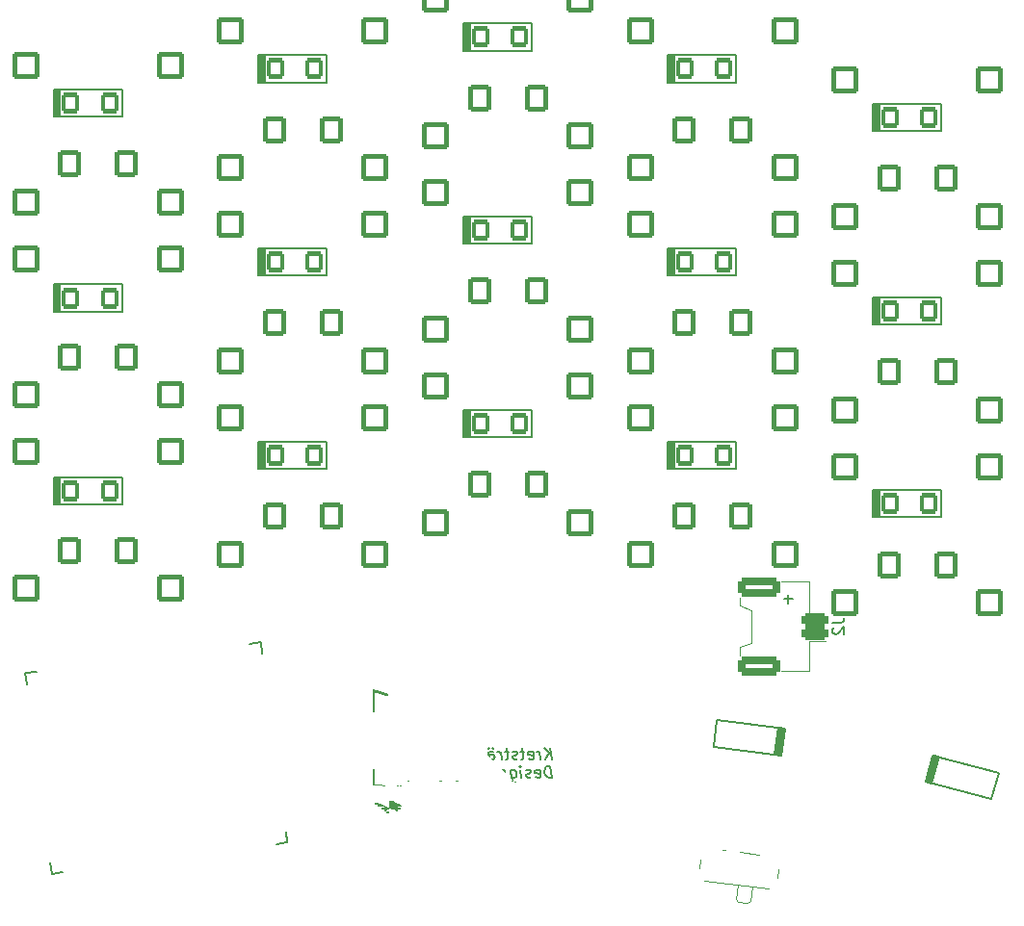
<source format=gbo>
G04 #@! TF.GenerationSoftware,KiCad,Pcbnew,8.0.2-1*
G04 #@! TF.CreationDate,2024-07-14T12:39:06+08:00*
G04 #@! TF.ProjectId,Kretstr_d_v2_PG1316,4b726574-7374-472e-9464-5f76325f5047,rev?*
G04 #@! TF.SameCoordinates,Original*
G04 #@! TF.FileFunction,Legend,Bot*
G04 #@! TF.FilePolarity,Positive*
%FSLAX46Y46*%
G04 Gerber Fmt 4.6, Leading zero omitted, Abs format (unit mm)*
G04 Created by KiCad (PCBNEW 8.0.2-1) date 2024-07-14 12:39:06*
%MOMM*%
%LPD*%
G01*
G04 APERTURE LIST*
G04 Aperture macros list*
%AMRoundRect*
0 Rectangle with rounded corners*
0 $1 Rounding radius*
0 $2 $3 $4 $5 $6 $7 $8 $9 X,Y pos of 4 corners*
0 Add a 4 corners polygon primitive as box body*
4,1,4,$2,$3,$4,$5,$6,$7,$8,$9,$2,$3,0*
0 Add four circle primitives for the rounded corners*
1,1,$1+$1,$2,$3*
1,1,$1+$1,$4,$5*
1,1,$1+$1,$6,$7*
1,1,$1+$1,$8,$9*
0 Add four rect primitives between the rounded corners*
20,1,$1+$1,$2,$3,$4,$5,0*
20,1,$1+$1,$4,$5,$6,$7,0*
20,1,$1+$1,$6,$7,$8,$9,0*
20,1,$1+$1,$8,$9,$2,$3,0*%
%AMFreePoly0*
4,1,22,0.686777,0.580194,0.756366,0.524698,0.794986,0.444504,0.800000,0.400000,0.800000,0.200000,0.780194,0.113223,0.741421,0.058579,0.141421,-0.541421,0.066056,-0.588777,-0.022393,-0.598742,-0.106406,-0.569345,-0.141421,-0.541421,-0.741421,0.058579,-0.788777,0.133944,-0.800000,0.200000,-0.800000,0.400000,-0.780193,0.486777,-0.724698,0.556366,-0.644504,0.594986,-0.600000,0.600000,
0.600000,0.600000,0.686777,0.580194,0.686777,0.580194,$1*%
%AMFreePoly1*
4,1,26,0.706406,1.169345,0.769345,1.106406,0.798742,1.022393,0.800000,1.000000,0.800000,-0.250000,0.780194,-0.336777,0.724699,-0.406366,0.644505,-0.444986,0.600000,-0.450000,-0.600000,-0.450000,-0.686777,-0.430194,-0.756366,-0.374698,-0.794986,-0.294504,-0.800000,-0.250000,-0.800000,1.000000,-0.780194,1.086777,-0.724698,1.156366,-0.644504,1.194986,-0.555496,1.194986,-0.475302,1.156366,
-0.458579,1.141421,0.000000,0.682842,0.458579,1.141421,0.533944,1.188778,0.622393,1.198742,0.706406,1.169345,0.706406,1.169345,$1*%
%AMFreePoly2*
4,1,292,0.206777,1.229994,0.276366,1.174498,0.314986,1.094304,0.320000,1.049800,0.320000,0.008200,0.319495,0.005987,0.319495,-1.866709,0.319486,-1.942235,0.319486,-1.942460,0.318928,-2.390763,0.318926,-2.391335,0.317383,-2.767014,0.317377,-2.767939,0.314675,-3.077389,0.314657,-3.078876,0.310622,-3.328489,0.310568,-3.330901,0.305029,-3.527071,0.304875,-3.531095,0.297657,-3.680215,
0.297195,-3.687212,0.288125,-3.795676,0.286622,-3.808584,0.275528,-3.882784,0.269972,-3.908365,0.256680,-3.954695,0.246330,-3.982691,0.240139,-3.996234,0.229057,-4.017117,0.167561,-4.118087,0.157692,-4.132784,0.062026,-4.262462,0.054482,-4.272060,-0.057455,-4.405866,-0.061018,-4.410009,-0.070960,-4.421254,-0.171727,-4.547475,-0.239381,-4.651468,-0.261422,-4.702806,-0.268448,-4.790209,
-0.275185,-4.947662,-0.279770,-5.144579,-0.281450,-5.361536,-0.281447,-5.385011,-0.280528,-5.604860,-0.277007,-5.754079,-0.270393,-5.838887,-0.268290,-5.848462,-0.224488,-5.894056,-0.171049,-5.977321,-0.142171,-6.051967,-0.122143,-6.170287,-0.120852,-6.228231,-0.135594,-6.347346,-0.162124,-6.424914,-0.212996,-6.510565,-0.274338,-6.575059,-0.308050,-6.593056,-0.393200,-6.628524,-0.459529,-6.643620,
-0.582275,-6.650118,-0.631318,-6.646663,-0.750780,-6.623247,-0.819367,-6.595916,-0.898997,-6.545453,-0.952252,-6.496101,-0.953444,-6.494503,-0.980620,-6.444550,-1.025271,-6.324319,-1.037078,-6.237909,-1.034553,-6.207928,-1.095319,-6.245365,-1.119612,-6.251953,-1.263243,-6.281341,-1.334401,-6.282972,-1.441733,-6.266095,-1.524379,-6.233050,-1.535526,-6.224760,-1.625648,-6.152737,-1.674999,-6.094737,
-1.708800,-6.034795,-1.731134,-5.973572,-1.756230,-5.840310,-1.752826,-5.751366,-1.751357,-5.746183,-1.721747,-5.646814,-1.786435,-5.670245,-1.797570,-5.671308,-1.925994,-5.679949,-2.013905,-5.666013,-2.017213,-5.664651,-2.152853,-5.607383,-2.223422,-5.557256,-2.286363,-5.487634,-2.329864,-5.409980,-2.331418,-5.403739,-1.483158,-5.403739,-1.355185,-5.371470,-1.321520,-5.365981,-1.296753,-5.364088,
-1.271925,-5.355039,-1.217781,-5.314195,-1.113600,-5.210504,-0.992406,-5.073003,-0.922095,-4.967193,-0.891918,-4.883182,-0.881171,-4.765871,-0.875626,-4.680694,-0.868608,-4.639640,-0.821297,-4.471082,-0.802138,-4.425469,-0.700510,-4.248647,-0.682044,-4.221835,-0.562810,-4.075770,-0.603069,-4.078811,-0.691091,-4.065597,-0.695126,-4.063965,-0.829973,-4.007718,-0.882942,-3.970058,-0.884544,-4.105830,
-0.885000,-4.117175,-0.898888,-4.319380,-0.902711,-4.346893,-0.935986,-4.504891,-0.949035,-4.545136,-1.009063,-4.679733,-1.028893,-4.714405,-1.123042,-4.846409,-1.137428,-4.864308,-1.273065,-5.014526,-1.276513,-5.018249,-1.287869,-5.030202,-1.395729,-5.154077,-1.436036,-5.218316,-1.445698,-5.259360,-1.451178,-5.311568,-1.471682,-5.381092,-1.483158,-5.403739,-2.331418,-5.403739,-2.333940,-5.393612,
-2.360039,-5.266091,-2.360039,-5.185886,-2.330712,-5.042597,-2.293908,-4.961554,-2.277054,-4.942143,-2.201588,-4.865752,-2.261402,-4.879975,-2.348652,-4.881156,-2.489497,-4.851669,-2.570374,-4.814501,-2.590504,-4.796763,-2.603049,-4.784116,-2.016632,-4.784116,-1.947691,-4.769658,-1.921784,-4.765974,-1.897996,-4.764167,-1.873068,-4.755114,-1.818842,-4.714263,-1.712135,-4.608103,-1.710532,-4.606403,
-1.610735,-4.492471,-1.536348,-4.394539,-1.509620,-4.348678,-1.496774,-4.253933,-1.486629,-4.104764,-1.484943,-4.030087,-1.521728,-4.066661,-1.663872,-4.210425,-1.771561,-4.327147,-1.827485,-4.398952,-1.841739,-4.426218,-1.846868,-4.455718,-1.849044,-4.466476,-1.880833,-4.604089,-1.919662,-4.684181,-1.933210,-4.699418,-2.016632,-4.784116,-2.603049,-4.784116,-2.677271,-4.709294,-2.724322,-4.633739,
-2.731172,-4.608776,-2.760623,-4.465732,-2.760769,-4.385781,-2.732270,-4.244767,-2.695666,-4.163633,-2.680108,-4.145462,-2.594432,-4.056733,-2.519907,-4.008065,-2.492843,-4.000178,-2.352971,-3.969921,-2.326052,-3.966765,-2.302641,-3.962426,-2.276550,-3.949146,-2.210815,-3.898611,-2.101881,-3.798678,-1.944546,-3.643569,-1.907849,-3.606777,-1.998584,-3.608265,-2.086361,-3.615506,-2.113472,-3.640814,
-2.190420,-3.685551,-2.195993,-3.687200,-2.285285,-3.712217,-2.328694,-3.719355,-2.443408,-3.725413,-2.478949,-3.724123,-2.588384,-3.710339,-2.648428,-3.692928,-2.721883,-3.658421,-2.792004,-3.603597,-2.794591,-3.600348,-2.808469,-3.582542,-2.842246,-3.517205,-2.871896,-3.418636,-2.880342,-3.357508,-2.878149,-3.232815,-2.869435,-3.177839,-2.834704,-3.064278,-2.812088,-3.015249,-2.804020,-3.002595,
-2.744226,-2.942329,-2.663376,-2.889881,-2.579901,-2.859285,-2.464107,-2.844477,-2.401736,-2.846314,-2.281469,-2.868955,-2.211215,-2.896693,-2.116941,-2.956591,-2.095419,-2.974395,-2.075454,-2.989291,-2.056638,-2.994994,-2.046805,-2.995889,-2.070491,-2.960773,-2.070904,-2.959695,-2.108494,-2.860796,-2.121279,-2.800020,-2.127521,-2.678750,-2.122913,-2.624593,-2.097809,-2.512950,-2.059448,-2.432632,
-2.058380,-2.431296,-2.001929,-2.361278,-1.932045,-2.306154,-1.911531,-2.297769,-1.812031,-2.263398,-1.738834,-2.252593,-1.594647,-2.258290,-1.508720,-2.281507,-1.504448,-2.283843,-1.384933,-2.351109,-1.358738,-2.368710,-1.337152,-2.385832,-1.317487,-2.393167,-1.240752,-2.402224,-1.085472,-2.405350,-1.078233,-2.405170,-1.107077,-2.378573,-1.139850,-2.295818,-1.141775,-2.278081,-1.154236,-2.081951,
-1.154606,-2.072859,-1.156502,-1.967207,-1.150610,-1.915302,-1.126324,-1.817749,-1.086141,-1.738328,-1.046755,-1.702089,-0.979056,-1.654814,-0.896569,-1.621370,-0.885058,-1.619844,-0.761116,-1.607067,-0.757791,-1.606753,-0.746558,-1.605784,-0.717431,-1.594755,-0.653273,-1.547006,-0.535915,-1.433820,-0.518656,-1.415993,-0.412858,-1.301079,-0.333107,-1.206106,-0.309939,-1.172922,-0.306469,-1.159605,
-0.293711,-1.047354,-0.284312,-0.875422,-0.280824,-0.666619,-0.282712,0.034061,-0.280000,0.046092,-0.280000,1.049800,-0.260194,1.136577,-0.204698,1.206166,-0.124504,1.244786,-0.080000,1.249800,0.120000,1.249800,0.206777,1.229994,0.206777,1.229994,$1*%
%AMFreePoly3*
4,1,332,0.216903,1.226394,0.286492,1.170898,0.325112,1.090704,0.330126,1.046200,0.330126,0.053880,0.332333,0.034041,0.330446,-0.641485,0.333256,-0.817119,0.341852,-0.991008,0.354077,-1.119624,0.362643,-1.162576,0.397195,-1.217294,0.480043,-1.321262,0.585725,-1.436349,0.661974,-1.511306,0.745305,-1.581782,0.780351,-1.600628,0.816226,-1.606236,0.855709,-1.608367,0.916305,-1.621245,
1.018029,-1.660105,1.092024,-1.709574,1.121528,-1.749879,1.172534,-1.841779,1.197328,-1.927265,1.197479,-1.930252,1.204078,-2.083860,1.203745,-2.106820,1.191281,-2.279776,1.165288,-2.364904,1.129225,-2.403994,1.173666,-2.405391,1.223573,-2.405255,1.373671,-2.401394,1.448171,-2.392642,1.465323,-2.386622,1.490349,-2.367250,1.499144,-2.360816,1.558427,-2.319886,1.616268,-2.292409,
1.736039,-2.257617,1.795103,-2.249705,1.918049,-2.251717,1.998400,-2.270011,2.089018,-2.311721,2.159564,-2.365996,2.168233,-2.377282,2.179017,-2.392405,2.207229,-2.449366,2.233861,-2.535376,2.241991,-2.576456,2.252651,-2.693916,2.253382,-2.717931,2.251655,-2.776071,2.247065,-2.813135,2.225093,-2.912935,2.195461,-2.975695,2.212494,-2.958198,2.289490,-2.904783,2.362073,-2.873447,
2.477989,-2.848910,2.531369,-2.844932,2.650838,-2.852090,2.724742,-2.871102,2.812396,-2.912770,2.882265,-2.967914,2.907895,-3.009099,2.941835,-3.082118,2.959271,-3.144555,2.971968,-3.260006,2.972232,-3.301190,2.960919,-3.417757,2.944419,-3.480107,2.909095,-3.559070,2.855580,-3.630194,2.824642,-3.651681,2.776780,-3.678625,2.716103,-3.700809,2.613675,-3.720326,2.575255,-3.723859,
2.458923,-3.723286,2.420925,-3.719452,2.321391,-3.699672,2.242209,-3.664868,2.226678,-3.653495,2.249568,-3.708190,2.262483,-3.753325,2.275714,-3.834758,2.276340,-3.894786,2.255370,-4.043353,2.251016,-4.059843,2.261336,-4.057503,2.405029,-4.053550,2.423479,-4.053894,2.607272,-4.065820,2.692585,-4.091203,2.758435,-4.151089,2.791780,-4.233615,2.793805,-4.251024,2.806269,-4.423981,
2.806736,-4.433904,2.808688,-4.521554,2.803411,-4.571859,2.775606,-4.689911,2.736433,-4.769835,2.707599,-4.798835,2.630832,-4.861660,2.551134,-4.901291,2.531391,-4.905022,2.396634,-4.923538,2.367519,-4.925391,2.352493,-4.925249,2.321484,-4.922534,2.294546,-4.918041,2.345556,-4.977430,2.387072,-5.056163,2.391784,-5.079151,2.411668,-5.216808,2.413676,-5.249681,2.412978,-5.282286,
2.408266,-5.321372,2.380906,-5.444549,2.342754,-5.524966,2.315925,-5.552945,2.240017,-5.618098,2.161269,-5.659587,2.137440,-5.664410,2.001028,-5.683476,1.971455,-5.685392,1.956951,-5.685255,1.923948,-5.682197,1.791737,-5.658772,1.709746,-5.624130,1.687090,-5.605118,1.615161,-5.535067,1.566814,-5.460335,1.557616,-5.425814,1.535881,-5.299923,1.533998,-5.280958,1.533090,-5.277310,
1.533100,-5.278989,1.537975,-5.407923,1.546049,-5.464506,1.546949,-5.466699,1.560605,-5.481756,1.576426,-5.501596,1.634693,-5.585018,1.668145,-5.667501,1.668563,-5.670193,1.688071,-5.801698,1.682547,-5.885969,1.643425,-6.022953,1.600550,-6.100955,1.596826,-6.105026,1.561415,-6.142690,1.487545,-6.192345,1.486564,-6.192720,1.387509,-6.230250,1.326898,-6.242961,1.205437,-6.249194,
1.151442,-6.244614,1.082920,-6.229254,1.081676,-6.301771,1.060958,-6.387044,1.004589,-6.500955,0.948350,-6.569945,0.933901,-6.580220,0.857650,-6.629504,0.787543,-6.657803,0.665751,-6.681668,0.584915,-6.680859,0.473708,-6.656748,0.415993,-6.629724,0.400586,-6.658754,0.394933,-6.665026,0.359522,-6.702690,0.285652,-6.752345,0.284671,-6.752720,0.185616,-6.790250,0.125005,-6.802961,
0.003544,-6.809194,-0.050452,-6.804614,-0.162271,-6.779549,-0.242614,-6.741242,-0.243814,-6.740285,-0.268198,-6.720687,-0.315294,-6.752345,-0.316275,-6.752720,-0.415330,-6.790250,-0.475941,-6.802961,-0.597402,-6.809194,-0.651397,-6.804614,-0.763217,-6.779549,-0.843561,-6.741242,-0.844763,-6.740284,-0.914891,-6.683922,-0.970122,-6.614122,-0.978575,-6.593515,-1.013000,-6.494172,-1.023868,-6.420766,
-1.018162,-6.276806,-0.994935,-6.190882,-0.992477,-6.186396,-0.925104,-6.067069,-0.903724,-6.036331,-0.891370,-6.021707,-0.890072,-6.018941,-0.882527,-5.981614,-0.875398,-5.887738,-0.871719,-5.731182,-0.870818,-5.503325,-0.870817,-5.503105,-0.869927,-5.326988,-0.869827,-5.321581,-0.862543,-5.094702,-0.861499,-5.079727,-0.853873,-5.008841,-0.260880,-5.008841,-0.250757,-5.118082,-0.182664,-5.265028,
-0.032771,-5.461496,0.009168,-5.510153,0.014500,-5.516608,0.119025,-5.648672,0.127203,-5.659770,0.205250,-5.773710,0.219630,-5.798292,0.256978,-5.874043,0.259707,-5.879806,0.280044,-5.924601,0.283266,-5.919104,0.302558,-5.891727,0.305210,-5.888563,0.317208,-5.858522,0.310754,-5.815815,0.250423,-5.704381,0.110971,-5.530276,0.036442,-5.444592,0.027944,-5.434129,-0.099383,-5.266107,
-0.111658,-5.246753,0.652054,-5.246753,0.732842,-5.349046,0.752387,-5.378939,0.849802,-5.561723,0.882643,-5.509562,0.905761,-5.479570,0.917107,-5.467427,0.924826,-5.420679,0.930495,-5.304719,0.931637,-5.162069,0.886595,-5.192346,0.885617,-5.192720,0.786563,-5.230250,0.725952,-5.242961,0.652054,-5.246753,-0.111658,-5.246753,-0.117198,-5.238019,-0.195936,-5.087503,-0.212368,-5.044802,
-0.239091,-4.941314,-0.260880,-5.008841,-0.853873,-5.008841,-0.842699,-4.904973,-0.837775,-4.877464,-0.810044,-4.767492,1.929028,-4.767492,1.940400,-4.777363,1.980579,-4.800138,2.016790,-4.806377,2.048565,-4.809884,2.049055,-4.809987,2.034161,-4.797214,2.013963,-4.774565,2.013402,-4.774389,1.934562,-4.767567,1.929028,-4.767492,-0.810044,-4.767492,-0.802541,-4.737737,-0.789993,-4.702371,
-0.733407,-4.580574,-0.717030,-4.551821,-0.634173,-4.430855,-0.622986,-4.416047,-0.508940,-4.278815,-0.506152,-4.275532,-0.504541,-4.273676,-0.406101,-4.155775,-0.327937,-4.054618,-0.302887,-4.017163,-0.302099,-4.013563,-0.294032,-3.925579,-0.286464,-3.770786,-0.280305,-3.552503,-0.275623,-3.268476,-0.272373,-2.915349,-0.271993,-2.829728,0.332029,-2.829728,0.339270,-2.984437,0.352076,-3.112266,
0.360925,-3.154360,0.378419,-3.181798,0.458433,-3.279847,0.578494,-3.414759,0.722334,-3.568542,0.876663,-3.727341,1.028514,-3.877808,1.164669,-4.006494,1.268831,-4.097556,1.310593,-4.127530,1.364956,-4.143570,1.451145,-4.154832,1.444522,-4.147382,1.401669,-4.069368,1.396370,-4.045227,1.377901,-3.926443,1.353356,-3.888438,1.272875,-3.790852,1.139773,-3.645237,0.953129,-3.451557,
0.710038,-3.206705,0.332029,-2.829728,-0.271993,-2.829728,-0.270485,-2.489954,-0.269874,-1.987786,-0.269874,1.046200,-0.250068,1.132977,-0.194572,1.202566,-0.114378,1.241186,-0.069874,1.246200,0.130126,1.246200,0.216903,1.226394,0.216903,1.226394,$1*%
G04 Aperture macros list end*
%ADD10C,0.150000*%
%ADD11C,0.200000*%
%ADD12C,0.178000*%
%ADD13C,0.000000*%
%ADD14C,0.120000*%
%ADD15C,0.100000*%
%ADD16RoundRect,0.200000X-1.000000X-1.000000X1.000000X-1.000000X1.000000X1.000000X-1.000000X1.000000X0*%
%ADD17C,1.650000*%
%ADD18C,1.450000*%
%ADD19RoundRect,0.200000X-0.775000X-1.000000X0.775000X-1.000000X0.775000X1.000000X-0.775000X1.000000X0*%
%ADD20C,4.200000*%
%ADD21C,1.300000*%
%ADD22C,2.500000*%
%ADD23FreePoly0,187.500000*%
%ADD24FreePoly0,7.500000*%
%ADD25FreePoly1,187.500000*%
%ADD26FreePoly1,7.500000*%
%ADD27RoundRect,0.200000X-1.224745X-0.707107X0.707107X-1.224745X1.224745X0.707107X-0.707107X1.224745X0*%
%ADD28RoundRect,0.200000X-1.007412X-0.765341X0.489773X-1.166511X1.007412X0.765341X-0.489773X1.166511X0*%
%ADD29RoundRect,0.200000X-1.121971X-0.860919X0.860919X-1.121971X1.121971X0.860919X-0.860919X1.121971X0*%
%ADD30RoundRect,0.200000X-0.898896X-0.890287X0.637844X-1.092603X0.898896X0.890287X-0.637844X1.092603X0*%
%ADD31RoundRect,0.200000X-0.600000X-0.700000X0.600000X-0.700000X0.600000X0.700000X-0.600000X0.700000X0*%
%ADD32FreePoly2,180.000000*%
%ADD33RoundRect,0.229000X-0.606000X-0.057250X0.606000X-0.057250X0.606000X0.057250X-0.606000X0.057250X0*%
%ADD34RoundRect,0.229000X-1.171000X-0.057250X1.171000X-0.057250X1.171000X0.057250X-1.171000X0.057250X0*%
%ADD35RoundRect,0.229000X-0.208500X-0.057250X0.208500X-0.057250X0.208500X0.057250X-0.208500X0.057250X0*%
%ADD36FreePoly3,180.000000*%
%ADD37RoundRect,0.200000X0.547933X0.331315X-0.443512X0.461841X-0.547933X-0.331315X0.443512X-0.461841X0*%
%ADD38RoundRect,0.200000X0.444900X0.697899X-0.249111X0.789268X-0.444900X-0.697899X0.249111X-0.789268X0*%
%ADD39RoundRect,0.300000X0.850000X-0.300000X0.850000X0.300000X-0.850000X0.300000X-0.850000X-0.300000X0*%
%ADD40RoundRect,0.326924X1.548076X-0.523076X1.548076X0.523076X-1.548076X0.523076X-1.548076X-0.523076X0*%
%ADD41RoundRect,0.200000X0.686235X0.615696X-0.503499X0.772327X-0.686235X-0.615696X0.503499X-0.772327X0*%
%ADD42RoundRect,0.200000X-0.760729X-0.520857X0.398382X-0.831440X0.760729X0.520857X-0.398382X0.831440X0*%
G04 APERTURE END LIST*
D10*
X130225173Y-119233047D02*
X130100173Y-118233047D01*
X129653744Y-119233047D02*
X130010887Y-118661618D01*
X129528744Y-118233047D02*
X130171601Y-118804475D01*
X129225173Y-119233047D02*
X129141839Y-118566380D01*
X129165649Y-118756856D02*
X129106125Y-118661618D01*
X129106125Y-118661618D02*
X129052554Y-118613999D01*
X129052554Y-118613999D02*
X128951363Y-118566380D01*
X128951363Y-118566380D02*
X128856125Y-118566380D01*
X128219220Y-119185428D02*
X128320410Y-119233047D01*
X128320410Y-119233047D02*
X128510887Y-119233047D01*
X128510887Y-119233047D02*
X128600172Y-119185428D01*
X128600172Y-119185428D02*
X128635887Y-119090189D01*
X128635887Y-119090189D02*
X128588268Y-118709237D01*
X128588268Y-118709237D02*
X128528744Y-118613999D01*
X128528744Y-118613999D02*
X128427553Y-118566380D01*
X128427553Y-118566380D02*
X128237077Y-118566380D01*
X128237077Y-118566380D02*
X128147791Y-118613999D01*
X128147791Y-118613999D02*
X128112077Y-118709237D01*
X128112077Y-118709237D02*
X128123982Y-118804475D01*
X128123982Y-118804475D02*
X128612077Y-118899713D01*
X127808505Y-118566380D02*
X127427553Y-118566380D01*
X127623982Y-118233047D02*
X127731125Y-119090189D01*
X127731125Y-119090189D02*
X127695410Y-119185428D01*
X127695410Y-119185428D02*
X127606125Y-119233047D01*
X127606125Y-119233047D02*
X127510886Y-119233047D01*
X127219219Y-119185428D02*
X127129934Y-119233047D01*
X127129934Y-119233047D02*
X126939457Y-119233047D01*
X126939457Y-119233047D02*
X126838267Y-119185428D01*
X126838267Y-119185428D02*
X126778743Y-119090189D01*
X126778743Y-119090189D02*
X126772791Y-119042570D01*
X126772791Y-119042570D02*
X126808505Y-118947332D01*
X126808505Y-118947332D02*
X126897791Y-118899713D01*
X126897791Y-118899713D02*
X127040648Y-118899713D01*
X127040648Y-118899713D02*
X127129934Y-118852094D01*
X127129934Y-118852094D02*
X127165648Y-118756856D01*
X127165648Y-118756856D02*
X127159696Y-118709237D01*
X127159696Y-118709237D02*
X127100172Y-118613999D01*
X127100172Y-118613999D02*
X126998981Y-118566380D01*
X126998981Y-118566380D02*
X126856124Y-118566380D01*
X126856124Y-118566380D02*
X126766838Y-118613999D01*
X126427552Y-118566380D02*
X126046600Y-118566380D01*
X126243029Y-118233047D02*
X126350172Y-119090189D01*
X126350172Y-119090189D02*
X126314457Y-119185428D01*
X126314457Y-119185428D02*
X126225172Y-119233047D01*
X126225172Y-119233047D02*
X126129933Y-119233047D01*
X125796600Y-119233047D02*
X125713266Y-118566380D01*
X125737076Y-118756856D02*
X125677552Y-118661618D01*
X125677552Y-118661618D02*
X125623981Y-118613999D01*
X125623981Y-118613999D02*
X125522790Y-118566380D01*
X125522790Y-118566380D02*
X125427552Y-118566380D01*
X124748980Y-119233047D02*
X124683504Y-118709237D01*
X124683504Y-118709237D02*
X124719218Y-118613999D01*
X124719218Y-118613999D02*
X124808504Y-118566380D01*
X124808504Y-118566380D02*
X124998980Y-118566380D01*
X124998980Y-118566380D02*
X125100171Y-118613999D01*
X124743028Y-119185428D02*
X124844218Y-119233047D01*
X124844218Y-119233047D02*
X125082314Y-119233047D01*
X125082314Y-119233047D02*
X125171599Y-119185428D01*
X125171599Y-119185428D02*
X125207314Y-119090189D01*
X125207314Y-119090189D02*
X125195409Y-118994951D01*
X125195409Y-118994951D02*
X125135885Y-118899713D01*
X125135885Y-118899713D02*
X125034695Y-118852094D01*
X125034695Y-118852094D02*
X124796599Y-118852094D01*
X124796599Y-118852094D02*
X124695409Y-118804475D01*
X125052552Y-118233047D02*
X125010885Y-118280666D01*
X125010885Y-118280666D02*
X125064456Y-118328285D01*
X125064456Y-118328285D02*
X125106123Y-118280666D01*
X125106123Y-118280666D02*
X125052552Y-118233047D01*
X125052552Y-118233047D02*
X125064456Y-118328285D01*
X124671599Y-118233047D02*
X124629933Y-118280666D01*
X124629933Y-118280666D02*
X124683504Y-118328285D01*
X124683504Y-118328285D02*
X124725171Y-118280666D01*
X124725171Y-118280666D02*
X124671599Y-118233047D01*
X124671599Y-118233047D02*
X124683504Y-118328285D01*
X123844218Y-119233047D02*
X123719218Y-118233047D01*
X123838266Y-119185428D02*
X123939456Y-119233047D01*
X123939456Y-119233047D02*
X124129933Y-119233047D01*
X124129933Y-119233047D02*
X124219218Y-119185428D01*
X124219218Y-119185428D02*
X124260885Y-119137808D01*
X124260885Y-119137808D02*
X124296599Y-119042570D01*
X124296599Y-119042570D02*
X124260885Y-118756856D01*
X124260885Y-118756856D02*
X124201361Y-118661618D01*
X124201361Y-118661618D02*
X124147790Y-118613999D01*
X124147790Y-118613999D02*
X124046599Y-118566380D01*
X124046599Y-118566380D02*
X123856123Y-118566380D01*
X123856123Y-118566380D02*
X123766837Y-118613999D01*
X122618027Y-118566380D02*
X122463266Y-119233047D01*
X122463266Y-119233047D02*
X122141837Y-118566380D01*
X121778741Y-118328285D02*
X121725170Y-118280666D01*
X121725170Y-118280666D02*
X121623980Y-118233047D01*
X121623980Y-118233047D02*
X121385884Y-118233047D01*
X121385884Y-118233047D02*
X121296599Y-118280666D01*
X121296599Y-118280666D02*
X121254932Y-118328285D01*
X121254932Y-118328285D02*
X121219218Y-118423523D01*
X121219218Y-118423523D02*
X121231122Y-118518761D01*
X121231122Y-118518761D02*
X121296599Y-118661618D01*
X121296599Y-118661618D02*
X121939456Y-119233047D01*
X121939456Y-119233047D02*
X121320408Y-119233047D01*
X130225173Y-120842991D02*
X130100173Y-119842991D01*
X130100173Y-119842991D02*
X129862077Y-119842991D01*
X129862077Y-119842991D02*
X129725173Y-119890610D01*
X129725173Y-119890610D02*
X129641839Y-119985848D01*
X129641839Y-119985848D02*
X129606125Y-120081086D01*
X129606125Y-120081086D02*
X129582316Y-120271562D01*
X129582316Y-120271562D02*
X129600173Y-120414419D01*
X129600173Y-120414419D02*
X129671601Y-120604895D01*
X129671601Y-120604895D02*
X129731125Y-120700133D01*
X129731125Y-120700133D02*
X129838268Y-120795372D01*
X129838268Y-120795372D02*
X129987077Y-120842991D01*
X129987077Y-120842991D02*
X130225173Y-120842991D01*
X128838268Y-120795372D02*
X128939458Y-120842991D01*
X128939458Y-120842991D02*
X129129935Y-120842991D01*
X129129935Y-120842991D02*
X129219220Y-120795372D01*
X129219220Y-120795372D02*
X129254935Y-120700133D01*
X129254935Y-120700133D02*
X129207316Y-120319181D01*
X129207316Y-120319181D02*
X129147792Y-120223943D01*
X129147792Y-120223943D02*
X129046601Y-120176324D01*
X129046601Y-120176324D02*
X128856125Y-120176324D01*
X128856125Y-120176324D02*
X128766839Y-120223943D01*
X128766839Y-120223943D02*
X128731125Y-120319181D01*
X128731125Y-120319181D02*
X128743030Y-120414419D01*
X128743030Y-120414419D02*
X129231125Y-120509657D01*
X128409696Y-120795372D02*
X128320411Y-120842991D01*
X128320411Y-120842991D02*
X128129934Y-120842991D01*
X128129934Y-120842991D02*
X128028744Y-120795372D01*
X128028744Y-120795372D02*
X127969220Y-120700133D01*
X127969220Y-120700133D02*
X127963268Y-120652514D01*
X127963268Y-120652514D02*
X127998982Y-120557276D01*
X127998982Y-120557276D02*
X128088268Y-120509657D01*
X128088268Y-120509657D02*
X128231125Y-120509657D01*
X128231125Y-120509657D02*
X128320411Y-120462038D01*
X128320411Y-120462038D02*
X128356125Y-120366800D01*
X128356125Y-120366800D02*
X128350173Y-120319181D01*
X128350173Y-120319181D02*
X128290649Y-120223943D01*
X128290649Y-120223943D02*
X128189458Y-120176324D01*
X128189458Y-120176324D02*
X128046601Y-120176324D01*
X128046601Y-120176324D02*
X127957315Y-120223943D01*
X127558506Y-120842991D02*
X127475172Y-120176324D01*
X127433506Y-119842991D02*
X127487077Y-119890610D01*
X127487077Y-119890610D02*
X127445410Y-119938229D01*
X127445410Y-119938229D02*
X127391839Y-119890610D01*
X127391839Y-119890610D02*
X127433506Y-119842991D01*
X127433506Y-119842991D02*
X127445410Y-119938229D01*
X126570411Y-120176324D02*
X126671601Y-120985848D01*
X126671601Y-120985848D02*
X126731125Y-121081086D01*
X126731125Y-121081086D02*
X126784697Y-121128705D01*
X126784697Y-121128705D02*
X126885887Y-121176324D01*
X126885887Y-121176324D02*
X127028744Y-121176324D01*
X127028744Y-121176324D02*
X127118030Y-121128705D01*
X126647792Y-120795372D02*
X126748982Y-120842991D01*
X126748982Y-120842991D02*
X126939459Y-120842991D01*
X126939459Y-120842991D02*
X127028744Y-120795372D01*
X127028744Y-120795372D02*
X127070411Y-120747752D01*
X127070411Y-120747752D02*
X127106125Y-120652514D01*
X127106125Y-120652514D02*
X127070411Y-120366800D01*
X127070411Y-120366800D02*
X127010887Y-120271562D01*
X127010887Y-120271562D02*
X126957316Y-120223943D01*
X126957316Y-120223943D02*
X126856125Y-120176324D01*
X126856125Y-120176324D02*
X126665649Y-120176324D01*
X126665649Y-120176324D02*
X126576363Y-120223943D01*
X126094220Y-120176324D02*
X126177554Y-120842991D01*
X126106125Y-120271562D02*
X126052554Y-120223943D01*
X126052554Y-120223943D02*
X125951363Y-120176324D01*
X125951363Y-120176324D02*
X125808506Y-120176324D01*
X125808506Y-120176324D02*
X125719220Y-120223943D01*
X125719220Y-120223943D02*
X125683506Y-120319181D01*
X125683506Y-120319181D02*
X125748982Y-120842991D01*
X124885887Y-120795372D02*
X124987077Y-120842991D01*
X124987077Y-120842991D02*
X125177554Y-120842991D01*
X125177554Y-120842991D02*
X125266839Y-120795372D01*
X125266839Y-120795372D02*
X125302554Y-120700133D01*
X125302554Y-120700133D02*
X125254935Y-120319181D01*
X125254935Y-120319181D02*
X125195411Y-120223943D01*
X125195411Y-120223943D02*
X125094220Y-120176324D01*
X125094220Y-120176324D02*
X124903744Y-120176324D01*
X124903744Y-120176324D02*
X124814458Y-120223943D01*
X124814458Y-120223943D02*
X124778744Y-120319181D01*
X124778744Y-120319181D02*
X124790649Y-120414419D01*
X124790649Y-120414419D02*
X125278744Y-120509657D01*
X123987077Y-120842991D02*
X123862077Y-119842991D01*
X123981125Y-120795372D02*
X124082315Y-120842991D01*
X124082315Y-120842991D02*
X124272792Y-120842991D01*
X124272792Y-120842991D02*
X124362077Y-120795372D01*
X124362077Y-120795372D02*
X124403744Y-120747752D01*
X124403744Y-120747752D02*
X124439458Y-120652514D01*
X124439458Y-120652514D02*
X124403744Y-120366800D01*
X124403744Y-120366800D02*
X124344220Y-120271562D01*
X124344220Y-120271562D02*
X124290649Y-120223943D01*
X124290649Y-120223943D02*
X124189458Y-120176324D01*
X124189458Y-120176324D02*
X123998982Y-120176324D01*
X123998982Y-120176324D02*
X123909696Y-120223943D01*
X122748982Y-120842991D02*
X122623982Y-119842991D01*
X122671601Y-120223943D02*
X122570410Y-120176324D01*
X122570410Y-120176324D02*
X122379934Y-120176324D01*
X122379934Y-120176324D02*
X122290648Y-120223943D01*
X122290648Y-120223943D02*
X122248982Y-120271562D01*
X122248982Y-120271562D02*
X122213267Y-120366800D01*
X122213267Y-120366800D02*
X122248982Y-120652514D01*
X122248982Y-120652514D02*
X122308505Y-120747752D01*
X122308505Y-120747752D02*
X122362077Y-120795372D01*
X122362077Y-120795372D02*
X122463267Y-120842991D01*
X122463267Y-120842991D02*
X122653744Y-120842991D01*
X122653744Y-120842991D02*
X122743029Y-120795372D01*
X121856124Y-120176324D02*
X121701363Y-120842991D01*
X121379934Y-120176324D02*
X121701363Y-120842991D01*
X121701363Y-120842991D02*
X121826363Y-121081086D01*
X121826363Y-121081086D02*
X121879934Y-121128705D01*
X121879934Y-121128705D02*
X121981124Y-121176324D01*
X120237076Y-120176324D02*
X120344219Y-121033467D01*
X120344219Y-121033467D02*
X120403743Y-121128705D01*
X120403743Y-121128705D02*
X120504933Y-121176324D01*
X120504933Y-121176324D02*
X120552553Y-121176324D01*
X120195410Y-119842991D02*
X120248981Y-119890610D01*
X120248981Y-119890610D02*
X120207314Y-119938229D01*
X120207314Y-119938229D02*
X120153743Y-119890610D01*
X120153743Y-119890610D02*
X120195410Y-119842991D01*
X120195410Y-119842991D02*
X120207314Y-119938229D01*
X119856124Y-120176324D02*
X119748982Y-120842991D01*
X119748982Y-120842991D02*
X119498982Y-120366800D01*
X119498982Y-120366800D02*
X119368029Y-120842991D01*
X119368029Y-120842991D02*
X119094220Y-120176324D01*
X151383951Y-105146133D02*
X150622047Y-105146133D01*
X151002999Y-104765180D02*
X151002999Y-105527085D01*
X154914209Y-107237347D02*
X155628494Y-107237347D01*
X155628494Y-107237347D02*
X155771351Y-107189728D01*
X155771351Y-107189728D02*
X155866590Y-107094490D01*
X155866590Y-107094490D02*
X155914209Y-106951633D01*
X155914209Y-106951633D02*
X155914209Y-106856395D01*
X155009447Y-107665919D02*
X154961828Y-107713538D01*
X154961828Y-107713538D02*
X154914209Y-107808776D01*
X154914209Y-107808776D02*
X154914209Y-108046871D01*
X154914209Y-108046871D02*
X154961828Y-108142109D01*
X154961828Y-108142109D02*
X155009447Y-108189728D01*
X155009447Y-108189728D02*
X155104685Y-108237347D01*
X155104685Y-108237347D02*
X155199923Y-108237347D01*
X155199923Y-108237347D02*
X155342780Y-108189728D01*
X155342780Y-108189728D02*
X155914209Y-107618300D01*
X155914209Y-107618300D02*
X155914209Y-108237347D01*
X83940492Y-111654493D02*
X84071018Y-112645938D01*
X83940492Y-111654493D02*
X84931937Y-111523966D01*
X86263858Y-129302211D02*
X86139858Y-128360339D01*
X86263858Y-129302211D02*
X87255303Y-129171685D01*
X103608973Y-109065088D02*
X104649993Y-108928035D01*
X104649993Y-108928035D02*
X104780517Y-109919480D01*
X105981912Y-126706280D02*
X106973357Y-126575754D01*
X106973357Y-126575754D02*
X106841525Y-125574395D01*
D11*
X104452990Y-91308281D02*
X110452990Y-91308281D01*
X110452990Y-93708281D01*
X104452990Y-93708281D01*
X104452990Y-91308281D01*
X105011390Y-93708281D02*
X104452990Y-93708281D01*
X104452990Y-91308281D01*
X105011390Y-91308281D01*
X105011390Y-93708281D01*
G36*
X105011390Y-93708281D02*
G01*
X104452990Y-93708281D01*
X104452990Y-91308281D01*
X105011390Y-91308281D01*
X105011390Y-93708281D01*
G37*
X158425990Y-78598281D02*
X164425990Y-78598281D01*
X164425990Y-80998281D01*
X158425990Y-80998281D01*
X158425990Y-78598281D01*
X158984390Y-80998281D02*
X158425990Y-80998281D01*
X158425990Y-78598281D01*
X158984390Y-78598281D01*
X158984390Y-80998281D01*
G36*
X158984390Y-80998281D02*
G01*
X158425990Y-80998281D01*
X158425990Y-78598281D01*
X158984390Y-78598281D01*
X158984390Y-80998281D01*
G37*
X158425990Y-95542281D02*
X164425990Y-95542281D01*
X164425990Y-97942281D01*
X158425990Y-97942281D01*
X158425990Y-95542281D01*
X158984390Y-97942281D02*
X158425990Y-97942281D01*
X158425990Y-95542281D01*
X158984390Y-95542281D01*
X158984390Y-97942281D01*
G36*
X158984390Y-97942281D02*
G01*
X158425990Y-97942281D01*
X158425990Y-95542281D01*
X158984390Y-95542281D01*
X158984390Y-97942281D01*
G37*
X122443590Y-54509081D02*
X128443590Y-54509081D01*
X128443590Y-56909081D01*
X122443590Y-56909081D01*
X122443590Y-54509081D01*
X123001990Y-56909081D02*
X122443590Y-56909081D01*
X122443590Y-54509081D01*
X123001990Y-54509081D01*
X123001990Y-56909081D01*
G36*
X123001990Y-56909081D02*
G01*
X122443590Y-56909081D01*
X122443590Y-54509081D01*
X123001990Y-54509081D01*
X123001990Y-56909081D01*
G37*
X140430790Y-74308281D02*
X146430790Y-74308281D01*
X146430790Y-76708281D01*
X140430790Y-76708281D01*
X140430790Y-74308281D01*
X140989190Y-76708281D02*
X140430790Y-76708281D01*
X140430790Y-74308281D01*
X140989190Y-74308281D01*
X140989190Y-76708281D01*
G36*
X140989190Y-76708281D02*
G01*
X140430790Y-76708281D01*
X140430790Y-74308281D01*
X140989190Y-74308281D01*
X140989190Y-76708281D01*
G37*
X86434190Y-77465481D02*
X92434190Y-77465481D01*
X92434190Y-79865481D01*
X86434190Y-79865481D01*
X86434190Y-77465481D01*
X86992590Y-79865481D02*
X86434190Y-79865481D01*
X86434190Y-77465481D01*
X86992590Y-77465481D01*
X86992590Y-79865481D01*
G36*
X86992590Y-79865481D02*
G01*
X86434190Y-79865481D01*
X86434190Y-77465481D01*
X86992590Y-77465481D01*
X86992590Y-79865481D01*
G37*
D12*
X114584797Y-120116600D02*
X114584797Y-121539000D01*
X114584797Y-121539000D02*
X115479397Y-121539000D01*
X117607397Y-120065800D02*
X117607397Y-121539000D01*
X117607397Y-121539000D02*
X116729397Y-121539400D01*
D13*
G36*
X114607236Y-113077747D02*
G01*
X114654009Y-113094831D01*
X114769917Y-113136117D01*
X114942112Y-113196984D01*
X115160193Y-113273788D01*
X115413760Y-113362888D01*
X115692413Y-113460639D01*
X115985751Y-113563400D01*
X116283374Y-113667525D01*
X116574881Y-113769374D01*
X116849873Y-113865302D01*
X117097948Y-113951666D01*
X117308706Y-114024824D01*
X117471747Y-114081132D01*
X117702110Y-114160347D01*
X117702110Y-115146003D01*
X117501795Y-115146003D01*
X117501479Y-114293003D01*
X116810549Y-114053205D01*
X116685936Y-114009975D01*
X116374283Y-113901973D01*
X116035342Y-113784638D01*
X115702338Y-113669470D01*
X115408498Y-113567968D01*
X114697378Y-113322528D01*
X114697378Y-115146003D01*
X114497063Y-115146003D01*
X114497063Y-113034983D01*
X114607236Y-113077747D01*
G37*
D14*
X143180126Y-128814606D02*
X143283242Y-128031364D01*
X145452756Y-127257926D02*
X145254468Y-127231821D01*
X146399545Y-131558297D02*
X146567925Y-130279334D01*
X146399545Y-131558297D02*
X146570424Y-131792606D01*
X147462724Y-131910079D02*
X146570424Y-131792606D01*
X147688424Y-131727981D02*
X147462724Y-131910079D01*
X147856802Y-130449017D02*
X147688424Y-131727981D01*
X148427092Y-127649505D02*
X146741635Y-127427610D01*
X149294398Y-130638280D02*
X143643160Y-129894281D01*
X150124211Y-128931995D02*
X150021095Y-129715236D01*
D11*
X122443590Y-71508281D02*
X128443590Y-71508281D01*
X128443590Y-73908281D01*
X122443590Y-73908281D01*
X122443590Y-71508281D01*
X123001990Y-73908281D02*
X122443590Y-73908281D01*
X122443590Y-71508281D01*
X123001990Y-71508281D01*
X123001990Y-73908281D01*
G36*
X123001990Y-73908281D02*
G01*
X122443590Y-73908281D01*
X122443590Y-71508281D01*
X123001990Y-71508281D01*
X123001990Y-73908281D01*
G37*
X140430790Y-57308081D02*
X146430790Y-57308081D01*
X146430790Y-59708081D01*
X140430790Y-59708081D01*
X140430790Y-57308081D01*
X140989190Y-59708081D02*
X140430790Y-59708081D01*
X140430790Y-57308081D01*
X140989190Y-57308081D01*
X140989190Y-59708081D01*
G36*
X140989190Y-59708081D02*
G01*
X140430790Y-59708081D01*
X140430790Y-57308081D01*
X140989190Y-57308081D01*
X140989190Y-59708081D01*
G37*
X122443590Y-88508281D02*
X128443590Y-88508281D01*
X128443590Y-90908281D01*
X122443590Y-90908281D01*
X122443590Y-88508281D01*
X123001990Y-90908281D02*
X122443590Y-90908281D01*
X122443590Y-88508281D01*
X123001990Y-88508281D01*
X123001990Y-90908281D01*
G36*
X123001990Y-90908281D02*
G01*
X122443590Y-90908281D01*
X122443590Y-88508281D01*
X123001990Y-88508281D01*
X123001990Y-90908281D01*
G37*
X140430790Y-91308281D02*
X146430790Y-91308281D01*
X146430790Y-93708281D01*
X140430790Y-93708281D01*
X140430790Y-91308281D01*
X140989190Y-93708281D02*
X140430790Y-93708281D01*
X140430790Y-91308281D01*
X140989190Y-91308281D01*
X140989190Y-93708281D01*
G36*
X140989190Y-93708281D02*
G01*
X140430790Y-93708281D01*
X140430790Y-91308281D01*
X140989190Y-91308281D01*
X140989190Y-93708281D01*
G37*
D14*
X146749390Y-105005681D02*
X146749390Y-105755681D01*
X146749390Y-105755681D02*
X147749390Y-106155681D01*
X146749390Y-109385681D02*
X146749390Y-110135681D01*
X147749390Y-106155681D02*
X147749390Y-108985681D01*
X147749390Y-108985681D02*
X146749390Y-109385681D01*
X152869390Y-103635681D02*
X150369390Y-103635681D01*
X152869390Y-106285681D02*
X152869390Y-103635681D01*
X152869390Y-108855681D02*
X152869390Y-111505681D01*
X152869390Y-111505681D02*
X150369390Y-111505681D01*
X154259390Y-108855681D02*
X152869390Y-108855681D01*
D11*
X150693301Y-116545527D02*
X150380038Y-118924995D01*
X149826415Y-118852109D01*
X150139678Y-116472641D01*
X150693301Y-116545527D01*
G36*
X150693301Y-116545527D02*
G01*
X150380038Y-118924995D01*
X149826415Y-118852109D01*
X150139678Y-116472641D01*
X150693301Y-116545527D01*
G37*
X150693301Y-116545527D02*
X150380038Y-118924995D01*
X144431369Y-118141837D01*
X144744632Y-115762370D01*
X150693301Y-116545527D01*
X104452990Y-74308281D02*
X110452990Y-74308281D01*
X110452990Y-76708281D01*
X104452990Y-76708281D01*
X104452990Y-74308281D01*
X105011390Y-76708281D02*
X104452990Y-76708281D01*
X104452990Y-74308281D01*
X105011390Y-74308281D01*
X105011390Y-76708281D01*
G36*
X105011390Y-76708281D02*
G01*
X104452990Y-76708281D01*
X104452990Y-74308281D01*
X105011390Y-74308281D01*
X105011390Y-76708281D01*
G37*
X86434190Y-94432681D02*
X92434190Y-94432681D01*
X92434190Y-96832681D01*
X86434190Y-96832681D01*
X86434190Y-94432681D01*
X86992590Y-96832681D02*
X86434190Y-96832681D01*
X86434190Y-94432681D01*
X86992590Y-94432681D01*
X86992590Y-96832681D01*
G36*
X86992590Y-96832681D02*
G01*
X86434190Y-96832681D01*
X86434190Y-94432681D01*
X86992590Y-94432681D01*
X86992590Y-96832681D01*
G37*
X86434190Y-60309081D02*
X92434190Y-60309081D01*
X92434190Y-62709081D01*
X86434190Y-62709081D01*
X86434190Y-60309081D01*
X86992590Y-62709081D02*
X86434190Y-62709081D01*
X86434190Y-60309081D01*
X86992590Y-60309081D01*
X86992590Y-62709081D01*
G36*
X86992590Y-62709081D02*
G01*
X86434190Y-62709081D01*
X86434190Y-60309081D01*
X86992590Y-60309081D01*
X86992590Y-62709081D01*
G37*
X104452990Y-57309081D02*
X110452990Y-57309081D01*
X110452990Y-59709081D01*
X104452990Y-59709081D01*
X104452990Y-57309081D01*
X105011390Y-59709081D02*
X104452990Y-59709081D01*
X104452990Y-57309081D01*
X105011390Y-57309081D01*
X105011390Y-59709081D01*
G36*
X105011390Y-59709081D02*
G01*
X104452990Y-59709081D01*
X104452990Y-57309081D01*
X105011390Y-57309081D01*
X105011390Y-59709081D01*
G37*
X169487439Y-120454055D02*
X168866272Y-122772277D01*
X163070719Y-121219363D01*
X163691884Y-118901141D01*
X169487439Y-120454055D01*
X164231257Y-119045666D02*
X163610091Y-121363889D01*
X163070719Y-121219363D01*
X163691884Y-118901141D01*
X164231257Y-119045666D01*
G36*
X164231257Y-119045666D02*
G01*
X163610091Y-121363889D01*
X163070719Y-121219363D01*
X163691884Y-118901141D01*
X164231257Y-119045666D01*
G37*
X158425990Y-61598281D02*
X164425990Y-61598281D01*
X164425990Y-63998281D01*
X158425990Y-63998281D01*
X158425990Y-61598281D01*
X158984390Y-63998281D02*
X158425990Y-63998281D01*
X158425990Y-61598281D01*
X158984390Y-61598281D01*
X158984390Y-63998281D01*
G36*
X158984390Y-63998281D02*
G01*
X158425990Y-63998281D01*
X158425990Y-61598281D01*
X158984390Y-61598281D01*
X158984390Y-63998281D01*
G37*
%LPC*%
D15*
X87756130Y-115406955D02*
X86748822Y-115539569D01*
X86616207Y-114532261D01*
X87623515Y-114399647D01*
X87756130Y-115406955D01*
G36*
X87756130Y-115406955D02*
G01*
X86748822Y-115539569D01*
X86616207Y-114532261D01*
X87623515Y-114399647D01*
X87756130Y-115406955D01*
G37*
X89110887Y-125697359D02*
X88103579Y-125829974D01*
X87970965Y-124822666D01*
X88978273Y-124690051D01*
X89110887Y-125697359D01*
G36*
X89110887Y-125697359D02*
G01*
X88103579Y-125829974D01*
X87970965Y-124822666D01*
X88978273Y-124690051D01*
X89110887Y-125697359D01*
G37*
X90274400Y-115075418D02*
X89267092Y-115208033D01*
X89134477Y-114200725D01*
X90141785Y-114068110D01*
X90274400Y-115075418D01*
G36*
X90274400Y-115075418D02*
G01*
X89267092Y-115208033D01*
X89134477Y-114200725D01*
X90141785Y-114068110D01*
X90274400Y-115075418D01*
G37*
X91629157Y-125365823D02*
X90621849Y-125498437D01*
X90489235Y-124491129D01*
X91496543Y-124358515D01*
X91629157Y-125365823D01*
G36*
X91629157Y-125365823D02*
G01*
X90621849Y-125498437D01*
X90489235Y-124491129D01*
X91496543Y-124358515D01*
X91629157Y-125365823D01*
G37*
X92792670Y-114743882D02*
X91785362Y-114876496D01*
X91652747Y-113869188D01*
X92660055Y-113736574D01*
X92792670Y-114743882D01*
G36*
X92792670Y-114743882D02*
G01*
X91785362Y-114876496D01*
X91652747Y-113869188D01*
X92660055Y-113736574D01*
X92792670Y-114743882D01*
G37*
X94147427Y-125034286D02*
X93140119Y-125166901D01*
X93007505Y-124159593D01*
X94014813Y-124026978D01*
X94147427Y-125034286D01*
G36*
X94147427Y-125034286D02*
G01*
X93140119Y-125166901D01*
X93007505Y-124159593D01*
X94014813Y-124026978D01*
X94147427Y-125034286D01*
G37*
X95310940Y-114412345D02*
X94303632Y-114544960D01*
X94171017Y-113537652D01*
X95178325Y-113405037D01*
X95310940Y-114412345D01*
G36*
X95310940Y-114412345D02*
G01*
X94303632Y-114544960D01*
X94171017Y-113537652D01*
X95178325Y-113405037D01*
X95310940Y-114412345D01*
G37*
X96665697Y-124702750D02*
X95658389Y-124835364D01*
X95525775Y-123828056D01*
X96533083Y-123695442D01*
X96665697Y-124702750D01*
G36*
X96665697Y-124702750D02*
G01*
X95658389Y-124835364D01*
X95525775Y-123828056D01*
X96533083Y-123695442D01*
X96665697Y-124702750D01*
G37*
X97829210Y-114080809D02*
X96821902Y-114213423D01*
X96689287Y-113206115D01*
X97696595Y-113073501D01*
X97829210Y-114080809D01*
G36*
X97829210Y-114080809D02*
G01*
X96821902Y-114213423D01*
X96689287Y-113206115D01*
X97696595Y-113073501D01*
X97829210Y-114080809D01*
G37*
X99183967Y-124371213D02*
X98176659Y-124503828D01*
X98044045Y-123496520D01*
X99051353Y-123363905D01*
X99183967Y-124371213D01*
G36*
X99183967Y-124371213D02*
G01*
X98176659Y-124503828D01*
X98044045Y-123496520D01*
X99051353Y-123363905D01*
X99183967Y-124371213D01*
G37*
X100347480Y-113749272D02*
X99340172Y-113881887D01*
X99207557Y-112874579D01*
X100214865Y-112741964D01*
X100347480Y-113749272D01*
G36*
X100347480Y-113749272D02*
G01*
X99340172Y-113881887D01*
X99207557Y-112874579D01*
X100214865Y-112741964D01*
X100347480Y-113749272D01*
G37*
X101702237Y-124039677D02*
X100694929Y-124172291D01*
X100562315Y-123164983D01*
X101569621Y-123032369D01*
X101702237Y-124039677D01*
G36*
X101702237Y-124039677D02*
G01*
X100694929Y-124172291D01*
X100562315Y-123164983D01*
X101569621Y-123032369D01*
X101702237Y-124039677D01*
G37*
X102865750Y-113417736D02*
X101858442Y-113550350D01*
X101725827Y-112543042D01*
X102733135Y-112410428D01*
X102865750Y-113417736D01*
G36*
X102865750Y-113417736D02*
G01*
X101858442Y-113550350D01*
X101725827Y-112543042D01*
X102733135Y-112410428D01*
X102865750Y-113417736D01*
G37*
X104220507Y-123708140D02*
X103213199Y-123840755D01*
X103080584Y-122833447D01*
X104087892Y-122700832D01*
X104220507Y-123708140D01*
G36*
X104220507Y-123708140D02*
G01*
X103213199Y-123840755D01*
X103080584Y-122833447D01*
X104087892Y-122700832D01*
X104220507Y-123708140D01*
G37*
D16*
X101996339Y-89208630D03*
X101996390Y-101208630D03*
D17*
X102546390Y-92458681D03*
D18*
X102546390Y-97958681D03*
D17*
X114146390Y-92458681D03*
D18*
X114146390Y-97958681D03*
D16*
X114696339Y-89208630D03*
X114696390Y-101208630D03*
D19*
X105846390Y-97858681D03*
X110846390Y-97858681D03*
D20*
X100822190Y-105995881D03*
D16*
X119996139Y-69408630D03*
X119996190Y-81408630D03*
D17*
X120546190Y-72658681D03*
D18*
X120546190Y-78158681D03*
D17*
X132146190Y-72658681D03*
D18*
X132146190Y-78158681D03*
D16*
X132696139Y-69408630D03*
X132696190Y-81408630D03*
D19*
X123846190Y-78058681D03*
X128846190Y-78058681D03*
D16*
X101996339Y-72208630D03*
X101996390Y-84208630D03*
D17*
X102546390Y-75458681D03*
D18*
X102546390Y-80958681D03*
D17*
X114146390Y-75458681D03*
D18*
X114146390Y-80958681D03*
D16*
X114696339Y-72208630D03*
X114696390Y-84208630D03*
D19*
X105846390Y-80858681D03*
X110846390Y-80858681D03*
D16*
X119996139Y-86408630D03*
X119996190Y-98408630D03*
D17*
X120546190Y-89658681D03*
D18*
X120546190Y-95158681D03*
D17*
X132146190Y-89658681D03*
D18*
X132146190Y-95158681D03*
D16*
X132696139Y-86408630D03*
X132696190Y-98408630D03*
D19*
X123846190Y-95058681D03*
X128846190Y-95058681D03*
D21*
X145164349Y-128682469D03*
X148138683Y-129074047D03*
D16*
X101996339Y-55208630D03*
X101996390Y-67208630D03*
D17*
X102546390Y-58458681D03*
D18*
X102546390Y-63958681D03*
D17*
X114146390Y-58458681D03*
D18*
X114146390Y-63958681D03*
D16*
X114696339Y-55208630D03*
X114696390Y-67208630D03*
D19*
X105846390Y-63858681D03*
X110846390Y-63858681D03*
D16*
X83996539Y-92208430D03*
X83996590Y-104208430D03*
D17*
X84546590Y-95458481D03*
D18*
X84546590Y-100958481D03*
D17*
X96146590Y-95458481D03*
D18*
X96146590Y-100958481D03*
D16*
X96696539Y-92208430D03*
X96696590Y-104208430D03*
D19*
X87846590Y-100858481D03*
X92846590Y-100858481D03*
D16*
X137995939Y-55208430D03*
X137995990Y-67208430D03*
D17*
X138545990Y-58458481D03*
D18*
X138545990Y-63958481D03*
D17*
X150145990Y-58458481D03*
D18*
X150145990Y-63958481D03*
D16*
X150695939Y-55208430D03*
X150695990Y-67208430D03*
D19*
X141845990Y-63858481D03*
X146845990Y-63858481D03*
D20*
X158937390Y-113057081D03*
D16*
X119996139Y-52408630D03*
X119996190Y-64408630D03*
D17*
X120546190Y-55658681D03*
D18*
X120546190Y-61158681D03*
D17*
X132146190Y-55658681D03*
D18*
X132146190Y-61158681D03*
D16*
X132696139Y-52408630D03*
X132696190Y-64408630D03*
D19*
X123846190Y-61058681D03*
X128846190Y-61058681D03*
D16*
X137995939Y-89208630D03*
X137995990Y-101208630D03*
D17*
X138545990Y-92458681D03*
D18*
X138545990Y-97958681D03*
D17*
X150145990Y-92458681D03*
D18*
X150145990Y-97958681D03*
D16*
X150695939Y-89208630D03*
X150695990Y-101208630D03*
D19*
X141845990Y-97858681D03*
X146845990Y-97858681D03*
D16*
X137995939Y-72208630D03*
X137995990Y-84208630D03*
D17*
X138545990Y-75458681D03*
D18*
X138545990Y-80958681D03*
D17*
X150145990Y-75458681D03*
D18*
X150145990Y-80958681D03*
D16*
X150695939Y-72208630D03*
X150695990Y-84208630D03*
D19*
X141845990Y-80858681D03*
X146845990Y-80858681D03*
D22*
X88850169Y-127608944D03*
X91368439Y-127277407D03*
X93886709Y-126945871D03*
X96404979Y-126614334D03*
X98923249Y-126282798D03*
X101441518Y-125951261D03*
X103959788Y-125619725D03*
D23*
X98647160Y-124185697D03*
X88574080Y-125511840D03*
X91092350Y-125180303D03*
X93610620Y-124848767D03*
X96128890Y-124517230D03*
X101165429Y-123854157D03*
X103683699Y-123522617D03*
D24*
X99744365Y-113060099D03*
X87153015Y-114717781D03*
X89671285Y-114386245D03*
X92189555Y-114054708D03*
X94707825Y-113723172D03*
X97226095Y-113391635D03*
X102262635Y-112728562D03*
D22*
X96951964Y-111309404D03*
X86878884Y-112635549D03*
X89397154Y-112304012D03*
X91915424Y-111972476D03*
X94433694Y-111640939D03*
X99470234Y-110977866D03*
X101988507Y-110646329D03*
D25*
X88441465Y-124504532D03*
X90959735Y-124172995D03*
X93478005Y-123841459D03*
X95996275Y-123509922D03*
X98514545Y-123178386D03*
X101032815Y-122846849D03*
X103551085Y-122515312D03*
D26*
X102395249Y-113735870D03*
X99876979Y-114067405D03*
X97358709Y-114398943D03*
X94840439Y-114730480D03*
X92322169Y-115062016D03*
X89803900Y-115393553D03*
X87285630Y-115725089D03*
D20*
X97332800Y-53543200D03*
D16*
X83996539Y-75208430D03*
X83996590Y-87208430D03*
D17*
X84546590Y-78458481D03*
D18*
X84546590Y-83958481D03*
D17*
X96146590Y-78458481D03*
D18*
X96146590Y-83958481D03*
D16*
X96696539Y-75208430D03*
X96696590Y-87208430D03*
D19*
X87846590Y-83858481D03*
X92846590Y-83858481D03*
D16*
X83996539Y-58208630D03*
X83996590Y-70208630D03*
D17*
X84546590Y-61458681D03*
D18*
X84546590Y-66958681D03*
D17*
X96146590Y-61458681D03*
D18*
X96146590Y-66958681D03*
D16*
X96696539Y-58208630D03*
X96696590Y-70208630D03*
D19*
X87846590Y-66858681D03*
X92846590Y-66858681D03*
D16*
X155995739Y-93498230D03*
X155995790Y-105498230D03*
D17*
X156545790Y-96748281D03*
D18*
X156545790Y-102248281D03*
D17*
X168145790Y-96748281D03*
D18*
X168145790Y-102248281D03*
D16*
X168695739Y-93498230D03*
X168695790Y-105498230D03*
D19*
X159845790Y-102148281D03*
X164845790Y-102148281D03*
D20*
X154894000Y-53848000D03*
D27*
X161988223Y-116285949D03*
X158882444Y-127877072D03*
D18*
X160254852Y-124880213D03*
D17*
X161678358Y-119567621D03*
D18*
X171459590Y-127882513D03*
D17*
X172883096Y-122569921D03*
D27*
X174255481Y-119572951D03*
X171149702Y-131164074D03*
D28*
X163468289Y-125637723D03*
X168297918Y-126931818D03*
D20*
X133604000Y-119888000D03*
D29*
X142281171Y-113287729D03*
X140714908Y-125185074D03*
D17*
X142402300Y-116581772D03*
D18*
X141684406Y-122034718D03*
D17*
X153903060Y-118095876D03*
D18*
X153185166Y-123548822D03*
D29*
X154872521Y-114945412D03*
X153306257Y-126842757D03*
D30*
X144969226Y-122366310D03*
X149926451Y-123018941D03*
D20*
X111363786Y-122815980D03*
D16*
X155995739Y-59498230D03*
X155995790Y-71498230D03*
D17*
X156545790Y-62748281D03*
D18*
X156545790Y-68248281D03*
D17*
X168145790Y-62748281D03*
D18*
X168145790Y-68248281D03*
D16*
X168695739Y-59498230D03*
X168695790Y-71498230D03*
D19*
X159845790Y-68148281D03*
X164845790Y-68148281D03*
D16*
X155995739Y-76498230D03*
X155995790Y-88498230D03*
D17*
X156545790Y-79748281D03*
D18*
X156545790Y-85248281D03*
D17*
X168145790Y-79748281D03*
D18*
X168145790Y-85248281D03*
D16*
X168695739Y-76498230D03*
X168695790Y-88498230D03*
D19*
X159845790Y-85148281D03*
X164845790Y-85148281D03*
D31*
X105952990Y-92508281D03*
X109352990Y-92508281D03*
X159925990Y-79798281D03*
X163325990Y-79798281D03*
X159925990Y-96742281D03*
X163325990Y-96742281D03*
X123943590Y-55709081D03*
X127343590Y-55709081D03*
X141930790Y-75508281D03*
X145330790Y-75508281D03*
X87934190Y-78665481D03*
X91334190Y-78665481D03*
D32*
X116419397Y-121589800D03*
D33*
X116078000Y-123561277D03*
D34*
X116078000Y-123190000D03*
D35*
X116072603Y-123901200D03*
D36*
X115829397Y-121589800D03*
D37*
X150126711Y-130445267D03*
X150415174Y-128254174D03*
D21*
X148138683Y-129074047D03*
X145164349Y-128682469D03*
D37*
X143177627Y-127301333D03*
X142889163Y-129492426D03*
D38*
X149111993Y-127426999D03*
X146137659Y-127035420D03*
X144650491Y-126839631D03*
D31*
X123943590Y-72708281D03*
X127343590Y-72708281D03*
X141930790Y-58508081D03*
X145330790Y-58508081D03*
X123943590Y-89708281D03*
X127343590Y-89708281D03*
X141930790Y-92508281D03*
X145330790Y-92508281D03*
D39*
X153309390Y-108195681D03*
X153309390Y-106945681D03*
D40*
X148434390Y-111045681D03*
X148434390Y-104095681D03*
D41*
X149049502Y-117539473D03*
X145678590Y-117095681D03*
D31*
X105952990Y-75508281D03*
X109352990Y-75508281D03*
X87934190Y-95632681D03*
X91334190Y-95632681D03*
X87934190Y-61509081D03*
X91334190Y-61509081D03*
X105952990Y-58509081D03*
X109352990Y-58509081D03*
D42*
X164830190Y-120448481D03*
X168114338Y-121328465D03*
D31*
X159925990Y-62798281D03*
X163325990Y-62798281D03*
%LPD*%
M02*

</source>
